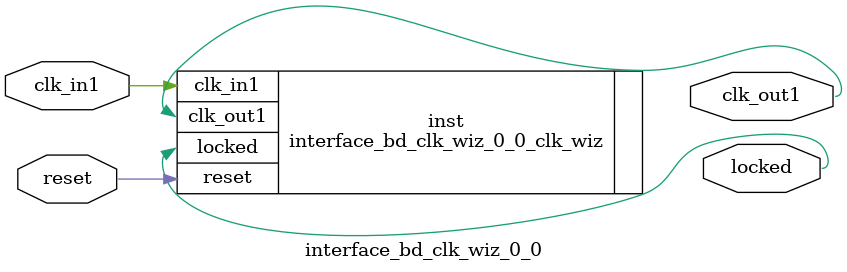
<source format=v>


`timescale 1ps/1ps

(* CORE_GENERATION_INFO = "interface_bd_clk_wiz_0_0,clk_wiz_v6_0_6_0_0,{component_name=interface_bd_clk_wiz_0_0,use_phase_alignment=true,use_min_o_jitter=false,use_max_i_jitter=false,use_dyn_phase_shift=false,use_inclk_switchover=false,use_dyn_reconfig=false,enable_axi=0,feedback_source=FDBK_AUTO,PRIMITIVE=MMCM,num_out_clk=1,clkin1_period=10.000,clkin2_period=10.000,use_power_down=false,use_reset=true,use_locked=true,use_inclk_stopped=false,feedback_type=SINGLE,CLOCK_MGR_TYPE=NA,manual_override=false}" *)

module interface_bd_clk_wiz_0_0 
 (
  // Clock out ports
  output        clk_out1,
  // Status and control signals
  input         reset,
  output        locked,
 // Clock in ports
  input         clk_in1
 );

  interface_bd_clk_wiz_0_0_clk_wiz inst
  (
  // Clock out ports  
  .clk_out1(clk_out1),
  // Status and control signals               
  .reset(reset), 
  .locked(locked),
 // Clock in ports
  .clk_in1(clk_in1)
  );

endmodule

</source>
